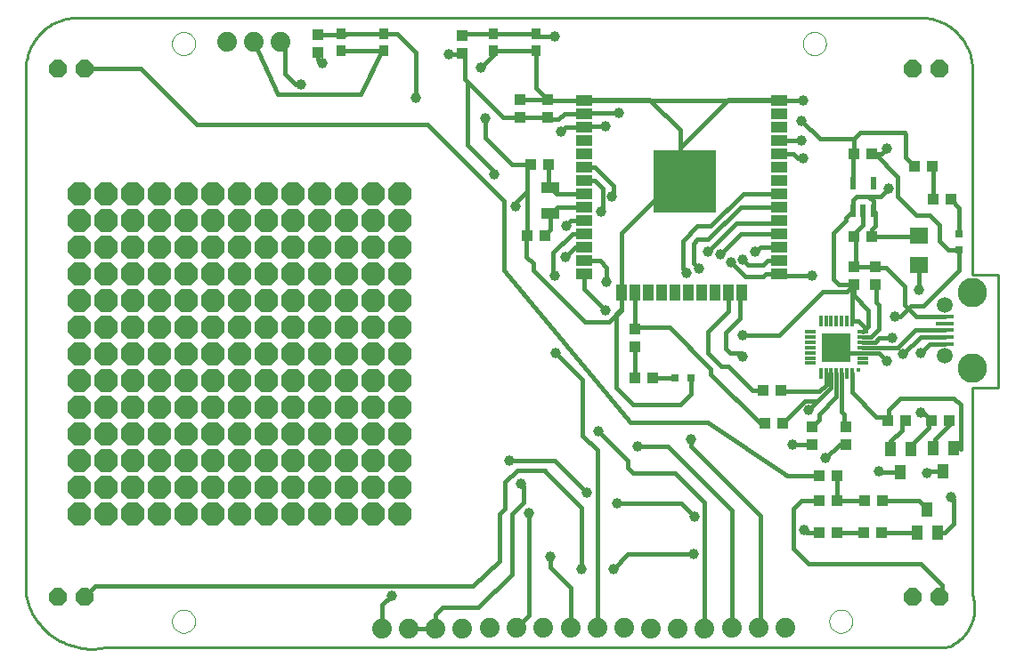
<source format=gtl>
G75*
G70*
%OFA0B0*%
%FSLAX24Y24*%
%IPPOS*%
%LPD*%
%AMOC8*
5,1,8,0,0,1.08239X$1,22.5*
%
%ADD10C,0.0100*%
%ADD11C,0.0000*%
%ADD12R,0.0591X0.0394*%
%ADD13R,0.0394X0.0591*%
%ADD14R,0.2362X0.2362*%
%ADD15R,0.0394X0.0118*%
%ADD16R,0.1063X0.1063*%
%ADD17R,0.0171X0.0171*%
%ADD18R,0.0118X0.0394*%
%ADD19R,0.0217X0.0472*%
%ADD20R,0.0394X0.0433*%
%ADD21R,0.0433X0.0394*%
%ADD22R,0.0709X0.0394*%
%ADD23R,0.0315X0.0315*%
%ADD24R,0.0354X0.0394*%
%ADD25R,0.0709X0.0630*%
%ADD26R,0.0394X0.0551*%
%ADD27OC8,0.0660*%
%ADD28C,0.0740*%
%ADD29OC8,0.0850*%
%ADD30C,0.1102*%
%ADD31C,0.0591*%
%ADD32R,0.0709X0.0157*%
%ADD33C,0.0160*%
%ADD34C,0.0396*%
D10*
X003103Y000199D02*
X034599Y000199D01*
X034671Y000225D01*
X034741Y000254D01*
X034810Y000287D01*
X034878Y000323D01*
X034943Y000363D01*
X035006Y000405D01*
X035068Y000451D01*
X035126Y000500D01*
X035183Y000551D01*
X035237Y000605D01*
X035288Y000662D01*
X035336Y000721D01*
X035382Y000782D01*
X035424Y000846D01*
X035463Y000912D01*
X035499Y000979D01*
X035531Y001048D01*
X035560Y001119D01*
X035586Y001191D01*
X035608Y001264D01*
X035626Y001338D01*
X035641Y001413D01*
X035652Y001489D01*
X035659Y001565D01*
X035663Y001641D01*
X035662Y001717D01*
X035658Y001794D01*
X035651Y001870D01*
X035639Y001945D01*
X035624Y002020D01*
X035606Y002094D01*
X035583Y002167D01*
X035583Y009943D01*
X036567Y009943D01*
X036567Y010041D01*
X036567Y014175D01*
X035583Y014175D01*
X035583Y021852D01*
X035584Y021852D02*
X035582Y021946D01*
X035575Y022039D01*
X035564Y022132D01*
X035548Y022225D01*
X035528Y022316D01*
X035504Y022407D01*
X035476Y022496D01*
X035443Y022584D01*
X035406Y022670D01*
X035365Y022754D01*
X035320Y022836D01*
X035271Y022917D01*
X035219Y022994D01*
X035163Y023069D01*
X035103Y023141D01*
X035040Y023211D01*
X034974Y023277D01*
X034904Y023340D01*
X034832Y023400D01*
X034757Y023456D01*
X034680Y023508D01*
X034599Y023557D01*
X034517Y023602D01*
X034433Y023643D01*
X034347Y023680D01*
X034259Y023713D01*
X034170Y023741D01*
X034079Y023765D01*
X033988Y023785D01*
X033895Y023801D01*
X033802Y023812D01*
X033709Y023819D01*
X033615Y023821D01*
X002119Y023821D01*
X002025Y023819D01*
X001932Y023812D01*
X001839Y023801D01*
X001746Y023785D01*
X001655Y023765D01*
X001564Y023741D01*
X001475Y023713D01*
X001387Y023680D01*
X001301Y023643D01*
X001217Y023602D01*
X001134Y023557D01*
X001054Y023508D01*
X000977Y023456D01*
X000902Y023400D01*
X000830Y023340D01*
X000760Y023277D01*
X000694Y023211D01*
X000631Y023141D01*
X000571Y023069D01*
X000515Y022994D01*
X000463Y022917D01*
X000414Y022837D01*
X000369Y022754D01*
X000328Y022670D01*
X000291Y022584D01*
X000258Y022496D01*
X000230Y022407D01*
X000206Y022316D01*
X000186Y022225D01*
X000170Y022132D01*
X000159Y022039D01*
X000152Y021946D01*
X000150Y021852D01*
X000150Y002167D01*
X000151Y002167D02*
X000178Y002047D01*
X000211Y001928D01*
X000250Y001811D01*
X000294Y001696D01*
X000344Y001584D01*
X000399Y001474D01*
X000460Y001367D01*
X000526Y001263D01*
X000597Y001162D01*
X000673Y001065D01*
X000754Y000972D01*
X000839Y000883D01*
X000928Y000798D01*
X001021Y000718D01*
X001118Y000642D01*
X001219Y000571D01*
X001323Y000506D01*
X001431Y000445D01*
X001541Y000390D01*
X001653Y000340D01*
X001768Y000296D01*
X001885Y000257D01*
X002004Y000225D01*
X002124Y000198D01*
X002245Y000177D01*
X002368Y000162D01*
X002491Y000153D01*
X002614Y000150D01*
X002737Y000153D01*
X002860Y000162D01*
X002982Y000178D01*
X003103Y000199D01*
D11*
X005623Y001183D02*
X005625Y001224D01*
X005631Y001265D01*
X005641Y001305D01*
X005654Y001344D01*
X005671Y001381D01*
X005692Y001417D01*
X005716Y001451D01*
X005743Y001482D01*
X005772Y001510D01*
X005805Y001536D01*
X005839Y001558D01*
X005876Y001577D01*
X005914Y001592D01*
X005954Y001604D01*
X005994Y001612D01*
X006035Y001616D01*
X006077Y001616D01*
X006118Y001612D01*
X006158Y001604D01*
X006198Y001592D01*
X006236Y001577D01*
X006272Y001558D01*
X006307Y001536D01*
X006340Y001510D01*
X006369Y001482D01*
X006396Y001451D01*
X006420Y001417D01*
X006441Y001381D01*
X006458Y001344D01*
X006471Y001305D01*
X006481Y001265D01*
X006487Y001224D01*
X006489Y001183D01*
X006487Y001142D01*
X006481Y001101D01*
X006471Y001061D01*
X006458Y001022D01*
X006441Y000985D01*
X006420Y000949D01*
X006396Y000915D01*
X006369Y000884D01*
X006340Y000856D01*
X006307Y000830D01*
X006273Y000808D01*
X006236Y000789D01*
X006198Y000774D01*
X006158Y000762D01*
X006118Y000754D01*
X006077Y000750D01*
X006035Y000750D01*
X005994Y000754D01*
X005954Y000762D01*
X005914Y000774D01*
X005876Y000789D01*
X005840Y000808D01*
X005805Y000830D01*
X005772Y000856D01*
X005743Y000884D01*
X005716Y000915D01*
X005692Y000949D01*
X005671Y000985D01*
X005654Y001022D01*
X005641Y001061D01*
X005631Y001101D01*
X005625Y001142D01*
X005623Y001183D01*
X030229Y001183D02*
X030231Y001224D01*
X030237Y001265D01*
X030247Y001305D01*
X030260Y001344D01*
X030277Y001381D01*
X030298Y001417D01*
X030322Y001451D01*
X030349Y001482D01*
X030378Y001510D01*
X030411Y001536D01*
X030445Y001558D01*
X030482Y001577D01*
X030520Y001592D01*
X030560Y001604D01*
X030600Y001612D01*
X030641Y001616D01*
X030683Y001616D01*
X030724Y001612D01*
X030764Y001604D01*
X030804Y001592D01*
X030842Y001577D01*
X030878Y001558D01*
X030913Y001536D01*
X030946Y001510D01*
X030975Y001482D01*
X031002Y001451D01*
X031026Y001417D01*
X031047Y001381D01*
X031064Y001344D01*
X031077Y001305D01*
X031087Y001265D01*
X031093Y001224D01*
X031095Y001183D01*
X031093Y001142D01*
X031087Y001101D01*
X031077Y001061D01*
X031064Y001022D01*
X031047Y000985D01*
X031026Y000949D01*
X031002Y000915D01*
X030975Y000884D01*
X030946Y000856D01*
X030913Y000830D01*
X030879Y000808D01*
X030842Y000789D01*
X030804Y000774D01*
X030764Y000762D01*
X030724Y000754D01*
X030683Y000750D01*
X030641Y000750D01*
X030600Y000754D01*
X030560Y000762D01*
X030520Y000774D01*
X030482Y000789D01*
X030446Y000808D01*
X030411Y000830D01*
X030378Y000856D01*
X030349Y000884D01*
X030322Y000915D01*
X030298Y000949D01*
X030277Y000985D01*
X030260Y001022D01*
X030247Y001061D01*
X030237Y001101D01*
X030231Y001142D01*
X030229Y001183D01*
X029245Y022837D02*
X029247Y022878D01*
X029253Y022919D01*
X029263Y022959D01*
X029276Y022998D01*
X029293Y023035D01*
X029314Y023071D01*
X029338Y023105D01*
X029365Y023136D01*
X029394Y023164D01*
X029427Y023190D01*
X029461Y023212D01*
X029498Y023231D01*
X029536Y023246D01*
X029576Y023258D01*
X029616Y023266D01*
X029657Y023270D01*
X029699Y023270D01*
X029740Y023266D01*
X029780Y023258D01*
X029820Y023246D01*
X029858Y023231D01*
X029894Y023212D01*
X029929Y023190D01*
X029962Y023164D01*
X029991Y023136D01*
X030018Y023105D01*
X030042Y023071D01*
X030063Y023035D01*
X030080Y022998D01*
X030093Y022959D01*
X030103Y022919D01*
X030109Y022878D01*
X030111Y022837D01*
X030109Y022796D01*
X030103Y022755D01*
X030093Y022715D01*
X030080Y022676D01*
X030063Y022639D01*
X030042Y022603D01*
X030018Y022569D01*
X029991Y022538D01*
X029962Y022510D01*
X029929Y022484D01*
X029895Y022462D01*
X029858Y022443D01*
X029820Y022428D01*
X029780Y022416D01*
X029740Y022408D01*
X029699Y022404D01*
X029657Y022404D01*
X029616Y022408D01*
X029576Y022416D01*
X029536Y022428D01*
X029498Y022443D01*
X029462Y022462D01*
X029427Y022484D01*
X029394Y022510D01*
X029365Y022538D01*
X029338Y022569D01*
X029314Y022603D01*
X029293Y022639D01*
X029276Y022676D01*
X029263Y022715D01*
X029253Y022755D01*
X029247Y022796D01*
X029245Y022837D01*
X005623Y022837D02*
X005625Y022878D01*
X005631Y022919D01*
X005641Y022959D01*
X005654Y022998D01*
X005671Y023035D01*
X005692Y023071D01*
X005716Y023105D01*
X005743Y023136D01*
X005772Y023164D01*
X005805Y023190D01*
X005839Y023212D01*
X005876Y023231D01*
X005914Y023246D01*
X005954Y023258D01*
X005994Y023266D01*
X006035Y023270D01*
X006077Y023270D01*
X006118Y023266D01*
X006158Y023258D01*
X006198Y023246D01*
X006236Y023231D01*
X006272Y023212D01*
X006307Y023190D01*
X006340Y023164D01*
X006369Y023136D01*
X006396Y023105D01*
X006420Y023071D01*
X006441Y023035D01*
X006458Y022998D01*
X006471Y022959D01*
X006481Y022919D01*
X006487Y022878D01*
X006489Y022837D01*
X006487Y022796D01*
X006481Y022755D01*
X006471Y022715D01*
X006458Y022676D01*
X006441Y022639D01*
X006420Y022603D01*
X006396Y022569D01*
X006369Y022538D01*
X006340Y022510D01*
X006307Y022484D01*
X006273Y022462D01*
X006236Y022443D01*
X006198Y022428D01*
X006158Y022416D01*
X006118Y022408D01*
X006077Y022404D01*
X006035Y022404D01*
X005994Y022408D01*
X005954Y022416D01*
X005914Y022428D01*
X005876Y022443D01*
X005840Y022462D01*
X005805Y022484D01*
X005772Y022510D01*
X005743Y022538D01*
X005716Y022569D01*
X005692Y022603D01*
X005671Y022639D01*
X005654Y022676D01*
X005641Y022715D01*
X005631Y022755D01*
X005625Y022796D01*
X005623Y022837D01*
D12*
X021058Y020705D03*
X021058Y020205D03*
X021058Y019705D03*
X021058Y019205D03*
X021058Y018705D03*
X021058Y018205D03*
X021058Y017705D03*
X021058Y017205D03*
X021058Y016705D03*
X021058Y016205D03*
X021058Y015705D03*
X021058Y015205D03*
X021058Y014705D03*
X021058Y014205D03*
X028342Y014205D03*
X028342Y014705D03*
X028342Y015205D03*
X028342Y015705D03*
X028342Y016205D03*
X028342Y016705D03*
X028342Y017205D03*
X028342Y017705D03*
X028342Y018205D03*
X028342Y018705D03*
X028342Y019205D03*
X028342Y019705D03*
X028342Y020205D03*
X028342Y020705D03*
D13*
X026956Y013520D03*
X026456Y013520D03*
X025956Y013520D03*
X025456Y013520D03*
X024956Y013520D03*
X024456Y013520D03*
X023956Y013520D03*
X023456Y013520D03*
X022956Y013520D03*
X022456Y013520D03*
D14*
X024818Y017673D03*
D15*
X029516Y012039D03*
X029516Y011842D03*
X029516Y011646D03*
X029516Y011449D03*
X029516Y011252D03*
X029516Y011055D03*
X029516Y010858D03*
X031484Y010858D03*
X031484Y011055D03*
X031484Y011252D03*
X031484Y011449D03*
X031484Y011646D03*
X031484Y011842D03*
X031484Y012039D03*
D16*
X030500Y011449D03*
D17*
X031328Y010621D03*
D18*
X031091Y010464D03*
X030894Y010464D03*
X030697Y010464D03*
X030500Y010464D03*
X030303Y010464D03*
X030106Y010464D03*
X029909Y010464D03*
X029909Y012433D03*
X030106Y012433D03*
X030303Y012433D03*
X030500Y012433D03*
X030697Y012433D03*
X030894Y012433D03*
X031091Y012433D03*
D19*
X031126Y016587D03*
X031500Y016587D03*
X031874Y016587D03*
X031874Y017611D03*
X031126Y017611D03*
D20*
X033415Y018249D03*
X034085Y018249D03*
X034115Y016999D03*
X034785Y016999D03*
X031950Y014483D03*
X031950Y013814D03*
X031150Y013814D03*
X031150Y014483D03*
X028435Y009849D03*
X027765Y009849D03*
X027815Y008599D03*
X028485Y008599D03*
X029865Y006649D03*
X030535Y006649D03*
X030535Y005699D03*
X029865Y005699D03*
X031565Y005699D03*
X032235Y005699D03*
X032185Y004499D03*
X031515Y004499D03*
X030535Y004499D03*
X029865Y004499D03*
X032415Y008699D03*
X033085Y008699D03*
X034065Y008699D03*
X034735Y008699D03*
X023635Y010299D03*
X022965Y010299D03*
X019700Y020064D03*
X019700Y020733D03*
X018650Y020733D03*
X018650Y020064D03*
D21*
X019065Y018299D03*
X019735Y018299D03*
X019585Y015649D03*
X018915Y015649D03*
X022950Y012133D03*
X022950Y011464D03*
X029600Y008483D03*
X029600Y007814D03*
X030850Y007814D03*
X030850Y008483D03*
X031165Y015599D03*
X031835Y015599D03*
X031835Y018699D03*
X031165Y018699D03*
X016500Y022464D03*
X016500Y023133D03*
X011100Y023183D03*
X011100Y022514D03*
D22*
X019800Y017441D03*
X019800Y016457D03*
D23*
X024455Y010299D03*
X025045Y010299D03*
X035100Y015103D03*
X035100Y015694D03*
D24*
X019257Y022584D03*
X019257Y023214D03*
X017643Y023214D03*
X017643Y022584D03*
X013557Y022584D03*
X013557Y023214D03*
X011943Y023214D03*
X011943Y022584D03*
D25*
X033600Y015650D03*
X033600Y014548D03*
D26*
X034126Y007682D03*
X034874Y007682D03*
X034500Y006816D03*
X033274Y007632D03*
X032526Y007632D03*
X032900Y006766D03*
X033900Y005382D03*
X033526Y004516D03*
X034274Y004516D03*
D27*
X001353Y002099D03*
X002353Y002099D03*
X002356Y021896D03*
X001356Y021896D03*
X033341Y021899D03*
X034341Y021899D03*
X034341Y002099D03*
X033341Y002099D03*
D28*
X028581Y000930D03*
X027581Y000930D03*
X026581Y000930D03*
X025569Y000899D03*
X024569Y000899D03*
X023569Y000899D03*
X022552Y000927D03*
X021552Y000927D03*
X020552Y000927D03*
X019529Y000925D03*
X018529Y000925D03*
X017529Y000925D03*
X016500Y000899D03*
X015500Y000899D03*
X014500Y000899D03*
X013500Y000899D03*
X009703Y022899D03*
X008703Y022899D03*
X007703Y022899D03*
D29*
X008150Y017199D03*
X009150Y017199D03*
X010150Y017199D03*
X011150Y017199D03*
X012150Y017199D03*
X013150Y017199D03*
X014150Y017199D03*
X014150Y016199D03*
X013150Y016199D03*
X012150Y016199D03*
X011150Y016199D03*
X010150Y016199D03*
X009150Y016199D03*
X008150Y016199D03*
X007150Y016199D03*
X006150Y016199D03*
X005150Y016199D03*
X004150Y016199D03*
X003150Y016199D03*
X002150Y016199D03*
X002150Y017199D03*
X003150Y017199D03*
X004150Y017199D03*
X005150Y017199D03*
X006150Y017199D03*
X007150Y017199D03*
X007150Y015199D03*
X006150Y015199D03*
X005150Y015199D03*
X004150Y015199D03*
X003150Y015199D03*
X002150Y015199D03*
X002150Y014199D03*
X003150Y014199D03*
X004150Y014199D03*
X005150Y014199D03*
X006150Y014199D03*
X007150Y014199D03*
X008150Y014199D03*
X009150Y014199D03*
X010150Y014199D03*
X011150Y014199D03*
X012150Y014199D03*
X013150Y014199D03*
X014150Y014199D03*
X014150Y015199D03*
X013150Y015199D03*
X012150Y015199D03*
X011150Y015199D03*
X010150Y015199D03*
X009150Y015199D03*
X008150Y015199D03*
X008150Y013199D03*
X009150Y013199D03*
X010150Y013199D03*
X011150Y013199D03*
X012150Y013199D03*
X013150Y013199D03*
X014150Y013199D03*
X014150Y012199D03*
X013150Y012199D03*
X012150Y012199D03*
X011150Y012199D03*
X010150Y012199D03*
X009150Y012199D03*
X008150Y012199D03*
X007150Y012199D03*
X006150Y012199D03*
X005150Y012199D03*
X004150Y012199D03*
X003150Y012199D03*
X002150Y012199D03*
X002150Y011199D03*
X003150Y011199D03*
X004150Y011199D03*
X005150Y011199D03*
X006150Y011199D03*
X007150Y011199D03*
X008150Y011199D03*
X009150Y011199D03*
X010150Y011199D03*
X011150Y011199D03*
X012150Y011199D03*
X013150Y011199D03*
X014150Y011199D03*
X014150Y010199D03*
X013150Y010199D03*
X012150Y010199D03*
X011150Y010199D03*
X010150Y010199D03*
X009150Y010199D03*
X008150Y010199D03*
X007150Y010199D03*
X006150Y010199D03*
X005150Y010199D03*
X004150Y010199D03*
X003150Y010199D03*
X002150Y010199D03*
X002150Y009199D03*
X003150Y009199D03*
X004150Y009199D03*
X005150Y009199D03*
X006150Y009199D03*
X007150Y009199D03*
X008150Y009199D03*
X009150Y009199D03*
X010150Y009199D03*
X011150Y009199D03*
X012150Y009199D03*
X013150Y009199D03*
X014150Y009199D03*
X014150Y008199D03*
X013150Y008199D03*
X012150Y008199D03*
X011150Y008199D03*
X010150Y008199D03*
X009150Y008199D03*
X008150Y008199D03*
X007150Y008199D03*
X006150Y008199D03*
X005150Y008199D03*
X004150Y008199D03*
X003150Y008199D03*
X002150Y008199D03*
X002150Y007199D03*
X003150Y007199D03*
X004150Y007199D03*
X005150Y007199D03*
X006150Y007199D03*
X007150Y007199D03*
X008150Y007199D03*
X009150Y007199D03*
X010150Y007199D03*
X011150Y007199D03*
X012150Y007199D03*
X013150Y007199D03*
X014150Y007199D03*
X014150Y006199D03*
X013150Y006199D03*
X012150Y006199D03*
X011150Y006199D03*
X010150Y006199D03*
X009150Y006199D03*
X008150Y006199D03*
X007150Y006199D03*
X006150Y006199D03*
X005150Y006199D03*
X004150Y006199D03*
X003150Y006199D03*
X002150Y006199D03*
X002150Y005199D03*
X003150Y005199D03*
X004150Y005199D03*
X005150Y005199D03*
X006150Y005199D03*
X007150Y005199D03*
X008150Y005199D03*
X009150Y005199D03*
X010150Y005199D03*
X011150Y005199D03*
X012150Y005199D03*
X013150Y005199D03*
X014150Y005199D03*
X007150Y013199D03*
X006150Y013199D03*
X005150Y013199D03*
X004150Y013199D03*
X003150Y013199D03*
X002150Y013199D03*
D30*
X035583Y013510D03*
X035583Y010675D03*
D31*
X034559Y011128D03*
X034559Y013037D03*
D32*
X034559Y012604D03*
X034559Y012348D03*
X034559Y012092D03*
X034559Y011837D03*
X034559Y011581D03*
D33*
X033982Y011581D01*
X033650Y011249D01*
X033638Y011837D02*
X033000Y011199D01*
X032800Y011449D02*
X033450Y012099D01*
X034553Y012099D01*
X034559Y012092D01*
X034559Y011837D02*
X033638Y011837D01*
X032800Y011449D02*
X031484Y011449D01*
X031484Y011646D02*
X031487Y011649D01*
X031950Y011649D01*
X032100Y011799D01*
X032600Y011799D01*
X032100Y012149D02*
X032100Y013049D01*
X032000Y013149D01*
X032000Y013764D01*
X031950Y013814D01*
X031985Y014449D02*
X031950Y014483D01*
X031235Y014483D01*
X031235Y015529D01*
X031165Y015599D01*
X031165Y015583D01*
X031200Y015549D01*
X031200Y015749D01*
X031500Y016049D01*
X031500Y016587D01*
X031126Y016587D02*
X030850Y016311D01*
X030850Y016199D01*
X030400Y015749D01*
X030400Y013999D01*
X030585Y013814D01*
X031150Y013814D01*
X030885Y013549D01*
X030000Y013549D01*
X028350Y011899D01*
X027000Y011899D01*
X026350Y011999D02*
X026900Y012549D01*
X026900Y013464D01*
X026956Y013520D01*
X026456Y013520D02*
X026450Y013514D01*
X026450Y012799D01*
X025700Y012049D01*
X025700Y011249D01*
X026200Y010749D01*
X026450Y010749D01*
X027350Y009849D01*
X027765Y009849D01*
X028435Y009849D02*
X028485Y009799D01*
X029850Y009799D01*
X030106Y010055D01*
X030106Y010464D01*
X030303Y010464D02*
X030303Y009952D01*
X029800Y009449D01*
X029450Y009099D01*
X029850Y008949D02*
X029850Y008733D01*
X029600Y008483D01*
X029850Y008949D02*
X030500Y009599D01*
X030500Y010464D01*
X030697Y010464D02*
X030697Y009052D01*
X030800Y008949D01*
X030800Y008533D01*
X030850Y008483D01*
X030850Y007814D02*
X030615Y007814D01*
X030100Y007299D01*
X029600Y007814D02*
X028865Y007814D01*
X028850Y007799D01*
X028485Y008599D02*
X029335Y009449D01*
X029800Y009449D01*
X031091Y009758D02*
X032000Y008849D01*
X032265Y008849D01*
X032415Y008699D01*
X032450Y008733D01*
X032450Y009099D01*
X032900Y009549D01*
X034900Y009549D01*
X035150Y009299D01*
X035150Y007649D01*
X035117Y007682D01*
X034874Y007682D01*
X034200Y007756D02*
X034200Y007999D01*
X034735Y008533D01*
X034735Y008699D01*
X034065Y008699D02*
X033950Y008583D01*
X033950Y008449D01*
X033274Y007773D01*
X033274Y007632D01*
X032526Y007632D02*
X032526Y007925D01*
X032950Y008349D01*
X032950Y008564D01*
X033085Y008699D01*
X033650Y008999D02*
X033765Y008999D01*
X034065Y008699D01*
X034200Y007756D02*
X034126Y007682D01*
X033967Y006816D02*
X033900Y006749D01*
X033967Y006816D02*
X034500Y006816D01*
X034800Y005849D02*
X034900Y005749D01*
X034900Y004849D01*
X034567Y004516D01*
X034274Y004516D01*
X033526Y004516D02*
X032202Y004516D01*
X032185Y004499D01*
X031515Y004499D02*
X030535Y004499D01*
X029865Y004499D02*
X029400Y004499D01*
X029300Y004599D01*
X028900Y003899D02*
X029450Y003349D01*
X033650Y003349D01*
X034450Y002549D01*
X034450Y002208D01*
X034341Y002099D01*
X033900Y005382D02*
X033583Y005699D01*
X032235Y005699D01*
X031565Y005699D02*
X030535Y005699D01*
X030535Y006649D01*
X029865Y006649D02*
X028650Y006649D01*
X025700Y008649D01*
X022800Y008649D01*
X018050Y014349D01*
X018050Y016949D01*
X015200Y019799D01*
X006550Y019799D01*
X004450Y021899D01*
X002359Y021899D01*
X002356Y021896D01*
X008703Y022899D02*
X009603Y020949D01*
X012700Y020949D01*
X013485Y022584D01*
X013557Y022584D01*
X011943Y022584D01*
X012120Y023183D02*
X011100Y023183D01*
X011943Y023214D02*
X012150Y023214D01*
X012120Y023183D01*
X012150Y023214D02*
X013350Y023214D01*
X013365Y023199D01*
X014050Y023199D01*
X014750Y022499D01*
X014750Y020799D01*
X016600Y021499D02*
X016600Y022299D01*
X016450Y022449D01*
X016000Y022449D01*
X016500Y022464D02*
X016600Y022364D01*
X016600Y022299D01*
X017200Y021949D02*
X017643Y022392D01*
X017643Y022584D01*
X019257Y022584D01*
X019257Y021176D01*
X019700Y020733D01*
X018650Y020733D01*
X018650Y020064D02*
X018035Y020064D01*
X016700Y021399D01*
X016650Y021449D01*
X016600Y021499D01*
X016700Y021399D02*
X016700Y019049D01*
X017700Y018049D01*
X017700Y017949D01*
X018350Y018299D02*
X017350Y019299D01*
X017350Y020049D01*
X018650Y020064D02*
X019700Y020064D01*
X019765Y019999D01*
X020100Y019999D01*
X020306Y020205D01*
X021058Y020205D01*
X021102Y020249D01*
X022350Y020249D01*
X021850Y019749D02*
X021102Y019749D01*
X021058Y019705D01*
X020356Y019705D01*
X020200Y019549D01*
X019729Y020705D02*
X019700Y020733D01*
X019729Y020705D02*
X021058Y020705D01*
X020994Y020705D02*
X020950Y020749D01*
X023500Y020749D01*
X024650Y019599D01*
X024650Y018949D01*
X026450Y020749D01*
X028298Y020749D01*
X028342Y020705D01*
X028348Y020699D01*
X029250Y020699D01*
X028342Y020705D02*
X020994Y020705D01*
X019950Y023099D02*
X019372Y023099D01*
X019257Y023214D01*
X019257Y023206D01*
X019250Y023199D01*
X017658Y023199D01*
X017643Y023214D01*
X017615Y023214D01*
X017600Y023199D01*
X016565Y023199D01*
X016500Y023133D01*
X013557Y023214D02*
X013350Y023214D01*
X011100Y022514D02*
X011100Y022249D01*
X011250Y022099D01*
X010450Y021299D02*
X010250Y021299D01*
X009850Y021699D01*
X009850Y022752D01*
X009703Y022899D01*
X018350Y018299D02*
X019065Y018299D01*
X018915Y018149D01*
X018915Y017299D01*
X018500Y016883D01*
X018500Y016749D01*
X018915Y017299D02*
X018915Y015649D01*
X018900Y015633D01*
X018900Y014849D01*
X019150Y014599D01*
X019150Y014349D01*
X021100Y012399D01*
X022000Y012399D01*
X022456Y012855D01*
X022456Y013520D01*
X022456Y015755D01*
X024650Y017949D01*
X024650Y017841D01*
X024818Y017673D01*
X024650Y017949D02*
X024650Y018949D01*
X022150Y017499D02*
X022150Y017149D01*
X022100Y017099D01*
X021750Y017399D02*
X021750Y016599D01*
X021700Y016549D01*
X021058Y016705D02*
X020048Y016705D01*
X019800Y016457D01*
X019800Y015864D01*
X019585Y015649D01*
X020400Y015999D02*
X020400Y016049D01*
X020550Y016199D01*
X021052Y016199D01*
X021058Y016205D01*
X021058Y015705D02*
X020606Y015705D01*
X019900Y014999D01*
X019900Y014199D01*
X019950Y014149D01*
X020350Y014849D02*
X020706Y015205D01*
X021058Y015205D01*
X021058Y014705D02*
X021064Y014699D01*
X021650Y014699D01*
X021900Y014449D01*
X021900Y013899D01*
X022450Y013514D02*
X022456Y013520D01*
X022450Y013514D02*
X022450Y012899D01*
X022250Y012699D01*
X022250Y009949D01*
X022900Y009299D01*
X024650Y009299D01*
X025045Y009694D01*
X025045Y010299D01*
X024455Y010299D02*
X023635Y010299D01*
X022965Y010299D02*
X022950Y010314D01*
X022950Y011464D01*
X022950Y012133D02*
X023015Y012199D01*
X024250Y012199D01*
X025800Y010649D01*
X025800Y010449D01*
X027650Y008599D01*
X027815Y008599D01*
X025050Y007999D02*
X025050Y007749D01*
X027650Y005149D01*
X027650Y001000D01*
X027581Y000930D01*
X028500Y001011D02*
X028581Y000930D01*
X026600Y000950D02*
X026581Y000930D01*
X026600Y000950D02*
X026600Y005349D01*
X024200Y007749D01*
X023050Y007749D01*
X022700Y007199D02*
X021600Y008299D01*
X021000Y008149D02*
X021000Y010249D01*
X020000Y011249D01*
X021850Y012849D02*
X021058Y013640D01*
X021058Y014205D01*
X022956Y013520D02*
X022956Y012139D01*
X022950Y012133D01*
X024900Y014249D02*
X024750Y014399D01*
X024750Y015449D01*
X025300Y015999D01*
X025800Y015999D01*
X027006Y017205D01*
X028342Y017205D01*
X028342Y016705D02*
X026906Y016705D01*
X025700Y015499D01*
X025300Y015499D01*
X025150Y015349D01*
X025150Y014599D01*
X025350Y014399D01*
X025700Y015049D02*
X026750Y016099D01*
X028350Y016099D01*
X028342Y016107D01*
X028342Y016205D01*
X028342Y015705D02*
X026906Y015705D01*
X026150Y014949D01*
X026550Y014649D02*
X027100Y014099D01*
X027750Y014099D01*
X027856Y014205D01*
X028342Y014205D01*
X028398Y014149D01*
X029600Y014149D01*
X028342Y014705D02*
X027906Y014705D01*
X027750Y014549D01*
X027200Y014549D01*
X027000Y014749D01*
X027450Y015049D02*
X027500Y015049D01*
X027650Y015199D01*
X028336Y015199D01*
X028342Y015205D01*
X031150Y014483D02*
X031235Y014483D01*
X031200Y014449D01*
X031150Y013814D02*
X031150Y013399D01*
X031700Y012849D01*
X031700Y012255D01*
X031484Y012039D01*
X031550Y012199D02*
X031316Y012433D01*
X031091Y012433D01*
X031091Y013755D01*
X031150Y013814D01*
X031985Y014449D02*
X032350Y014449D01*
X033050Y013749D01*
X033050Y013049D01*
X033200Y012899D01*
X032900Y012599D01*
X032700Y012599D01*
X033200Y012899D02*
X033300Y012999D01*
X033750Y012999D01*
X035100Y014349D01*
X035100Y015103D01*
X035095Y015099D01*
X034700Y015099D01*
X034350Y015449D01*
X034350Y016049D01*
X034000Y016399D01*
X033500Y016399D01*
X032800Y017099D01*
X032800Y017849D01*
X031950Y018699D01*
X031835Y018699D01*
X032200Y018699D01*
X032400Y018899D01*
X033100Y018564D02*
X033415Y018249D01*
X033100Y018564D02*
X033100Y019449D01*
X033050Y019499D01*
X031400Y019499D01*
X031165Y019264D01*
X029885Y019264D01*
X029200Y019949D01*
X029200Y019199D02*
X028348Y019199D01*
X028342Y019205D01*
X028342Y018705D02*
X028348Y018699D01*
X028900Y018699D01*
X029050Y018549D01*
X029250Y018549D01*
X031126Y018659D02*
X031126Y017611D01*
X031250Y017099D02*
X031126Y016975D01*
X031126Y016587D01*
X031250Y017099D02*
X031700Y017099D01*
X032150Y017099D01*
X032450Y017399D01*
X031874Y016925D02*
X031700Y017099D01*
X031874Y016925D02*
X031874Y016587D01*
X031950Y016511D01*
X031950Y015999D01*
X031835Y015883D01*
X031835Y015599D01*
X033549Y015599D01*
X033600Y015650D01*
X035100Y015694D02*
X035100Y016683D01*
X034785Y016999D01*
X034115Y016999D02*
X034115Y018218D01*
X034085Y018249D01*
X031165Y018699D02*
X031126Y018659D01*
X031165Y018699D02*
X031165Y019264D01*
X033600Y014548D02*
X033600Y013599D01*
X033200Y012899D02*
X033494Y012604D01*
X034559Y012604D01*
X032100Y012149D02*
X031794Y011842D01*
X031484Y011842D01*
X030897Y011252D02*
X030800Y011349D01*
X030897Y011252D02*
X031484Y011252D01*
X032097Y011252D01*
X032400Y010949D01*
X031091Y010464D02*
X031091Y009758D01*
X027000Y011099D02*
X026956Y011143D01*
X026956Y011243D01*
X026506Y011243D01*
X026350Y011399D01*
X026350Y011999D01*
X021552Y007597D02*
X021000Y008149D01*
X021552Y007597D02*
X021552Y000927D01*
X020552Y000927D02*
X020550Y000929D01*
X020550Y002449D01*
X019800Y003199D01*
X019800Y003599D01*
X020950Y003149D02*
X020950Y005449D01*
X019550Y006849D01*
X018550Y006849D01*
X018100Y006399D01*
X018100Y005399D01*
X017900Y005199D01*
X017900Y003449D01*
X016900Y002499D01*
X002753Y002499D01*
X002353Y002099D01*
X013500Y001799D02*
X013500Y000899D01*
X014500Y000899D02*
X015500Y000899D01*
X015500Y001449D01*
X015750Y001699D01*
X017100Y001699D01*
X018350Y002949D01*
X018350Y005199D01*
X018800Y005649D01*
X018800Y006249D01*
X018700Y006349D01*
X019550Y006849D02*
X019600Y006849D01*
X019950Y007199D02*
X021150Y005999D01*
X022300Y005599D02*
X024700Y005599D01*
X025200Y005099D01*
X025569Y005629D02*
X024450Y006749D01*
X022900Y006749D01*
X022700Y006949D01*
X022700Y007199D01*
X019950Y007199D02*
X018250Y007199D01*
X019000Y005249D02*
X019000Y001396D01*
X018529Y000925D01*
X022150Y003149D02*
X022700Y003699D01*
X025150Y003699D01*
X025569Y005629D02*
X025569Y000899D01*
X028900Y003899D02*
X028900Y005399D01*
X029200Y005699D01*
X029865Y005699D01*
X032100Y006799D02*
X032133Y006766D01*
X032900Y006766D01*
X021058Y017205D02*
X020036Y017205D01*
X019800Y017441D01*
X019735Y017506D01*
X019735Y018299D01*
X021058Y018205D02*
X021444Y018205D01*
X022150Y017499D01*
X021750Y017399D02*
X021444Y017705D01*
X021058Y017705D01*
X013850Y002149D02*
X013500Y001799D01*
D34*
X013850Y002149D03*
X019000Y005249D03*
X018700Y006349D03*
X018250Y007199D03*
X021150Y005999D03*
X022300Y005599D03*
X025200Y005099D03*
X025150Y003699D03*
X022150Y003149D03*
X020950Y003149D03*
X019800Y003599D03*
X023050Y007749D03*
X021600Y008299D03*
X025050Y007999D03*
X028850Y007799D03*
X030100Y007299D03*
X032100Y006799D03*
X033900Y006749D03*
X034800Y005849D03*
X033650Y008999D03*
X032400Y010949D03*
X033000Y011199D03*
X033650Y011249D03*
X032600Y011799D03*
X032700Y012599D03*
X033600Y013599D03*
X029600Y014149D03*
X027450Y015049D03*
X027000Y014749D03*
X026550Y014649D03*
X026150Y014949D03*
X025700Y015049D03*
X025350Y014399D03*
X024900Y014249D03*
X021900Y013899D03*
X021850Y012849D03*
X019950Y014149D03*
X020350Y014849D03*
X020400Y015999D03*
X021700Y016549D03*
X022100Y017099D03*
X020200Y019549D03*
X021850Y019749D03*
X022350Y020249D03*
X019950Y023099D03*
X017200Y021949D03*
X016000Y022449D03*
X014750Y020799D03*
X017350Y020049D03*
X017700Y017949D03*
X018500Y016749D03*
X010450Y021299D03*
X011250Y022099D03*
X027000Y011899D03*
X027000Y011099D03*
X029450Y009099D03*
X029300Y004599D03*
X020000Y011249D03*
X029250Y018549D03*
X029200Y019199D03*
X029200Y019949D03*
X029250Y020699D03*
X032400Y018899D03*
X032450Y017399D03*
M02*

</source>
